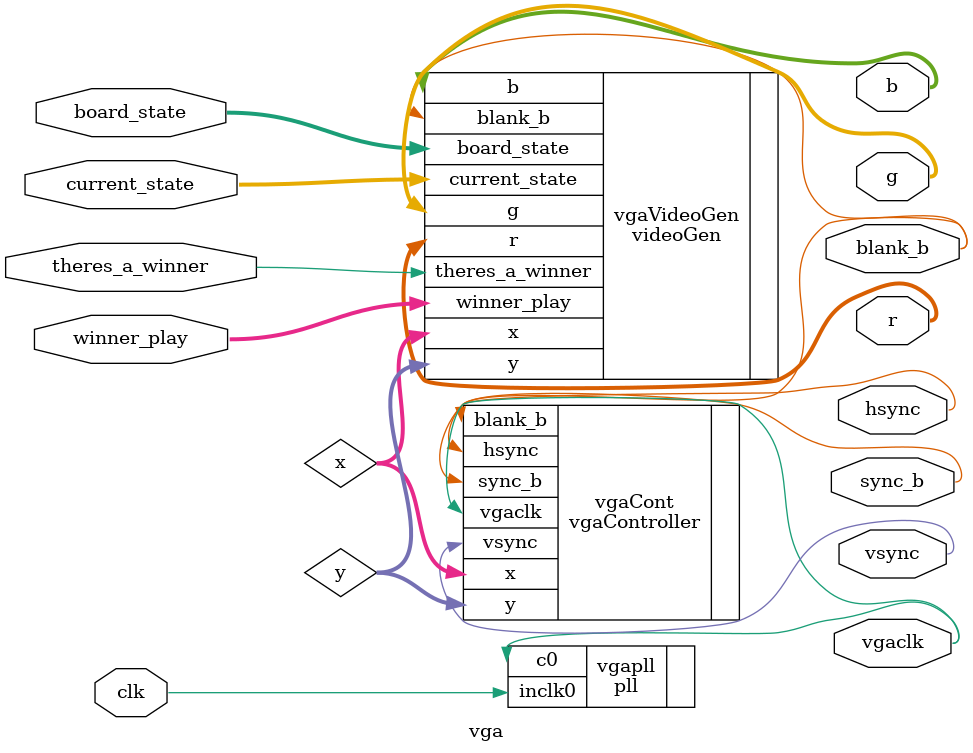
<source format=sv>
module vga(
	input logic clk,
	input logic [83:0] board_state,    // 2 bits por celda × 42
	input logic [83:0] winner_play,    // 1 bit por celda
	input logic theres_a_winner,
	input logic [2:0] current_state,

	output logic vgaclk,
	output logic hsync, vsync,
	output logic sync_b, blank_b,
	output logic [7:0] r, g, b
);

	logic [9:0] x, y;

	// Generador de reloj VGA
	pll vgapll(
		.inclk0(clk),
		.c0(vgaclk)
	);

	// Controlador VGA
	vgaController vgaCont(
		.vgaclk(vgaclk),
		.hsync(hsync),
		.vsync(vsync),
		.sync_b(sync_b),
		.blank_b(blank_b),
		.x(x),
		.y(y)
	);

	// Generador de video con entrada de estado del juego
	videoGen vgaVideoGen(
		.blank_b(blank_b),
		.x(x),
		.y(y),
		.board_state(board_state),
		.winner_play(winner_play),
		.theres_a_winner(theres_a_winner),
		.current_state(current_state),
		.r(r),
		.g(g),
		.b(b)
	);

endmodule
</source>
